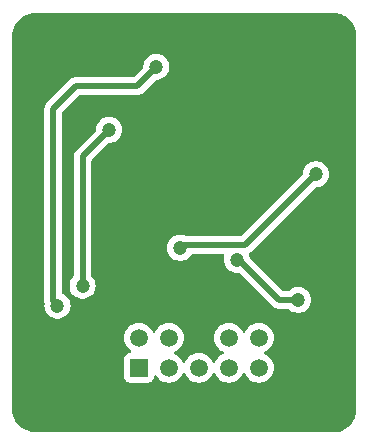
<source format=gbr>
%TF.GenerationSoftware,KiCad,Pcbnew,8.0.5*%
%TF.CreationDate,2024-11-27T14:47:39+01:00*%
%TF.ProjectId,TOF_PCB_COTE,544f465f-5043-4425-9f43-4f54452e6b69,rev?*%
%TF.SameCoordinates,Original*%
%TF.FileFunction,Copper,L2,Bot*%
%TF.FilePolarity,Positive*%
%FSLAX46Y46*%
G04 Gerber Fmt 4.6, Leading zero omitted, Abs format (unit mm)*
G04 Created by KiCad (PCBNEW 8.0.5) date 2024-11-27 14:47:39*
%MOMM*%
%LPD*%
G01*
G04 APERTURE LIST*
%TA.AperFunction,ComponentPad*%
%ADD10R,1.508000X1.508000*%
%TD*%
%TA.AperFunction,ComponentPad*%
%ADD11C,1.508000*%
%TD*%
%TA.AperFunction,ViaPad*%
%ADD12C,1.200000*%
%TD*%
%TA.AperFunction,Conductor*%
%ADD13C,0.500000*%
%TD*%
G04 APERTURE END LIST*
D10*
%TO.P,U101,1,INT_I*%
%TO.N,/TOF_GPIO1*%
X134520000Y-111540000D03*
D11*
%TO.P,U101,2,SCL_I*%
%TO.N,/I2C_MAIN_SCL*%
X134520000Y-109000000D03*
%TO.P,U101,3,XSDN_I*%
%TO.N,/TOF_XSHUT*%
X137060000Y-111540000D03*
%TO.P,U101,4,SDA_I*%
%TO.N,/I2C_MAIN_SDA*%
X137060000Y-109000000D03*
%TO.P,U101,5,VDD*%
%TO.N,+5V*%
X139600000Y-111540000D03*
%TO.P,U101,6,GND*%
%TO.N,GND*%
X139600000Y-109000000D03*
%TO.P,U101,7,NC*%
%TO.N,unconnected-(U101-NC-Pad7)*%
X142140000Y-111540000D03*
%TO.P,U101,8,NC*%
%TO.N,unconnected-(U101-NC-Pad8)*%
X142140000Y-109000000D03*
%TO.P,U101,9,NC1_I*%
%TO.N,unconnected-(U101-NC1_I-Pad9)*%
X144680000Y-111540000D03*
%TO.P,U101,10,NC0_I*%
%TO.N,unconnected-(U101-NC0_I-Pad10)*%
X144680000Y-109000000D03*
%TD*%
D12*
%TO.N,/TOF_XSHUT*%
X138007537Y-101392463D03*
X149500000Y-95150000D03*
%TO.N,/I2C_MAIN_SCL*%
X127625000Y-106275000D03*
X136000000Y-86050000D03*
%TO.N,+5V*%
X148000000Y-105800000D03*
X142800000Y-102400000D03*
%TO.N,/I2C_MAIN_SDA*%
X129750000Y-104600000D03*
X132000000Y-91400000D03*
%TD*%
D13*
%TO.N,/TOF_XSHUT*%
X138250000Y-101150000D02*
X143500000Y-101150000D01*
X138007537Y-101392463D02*
X138250000Y-101150000D01*
X143500000Y-101150000D02*
X149500000Y-95150000D01*
%TO.N,/I2C_MAIN_SCL*%
X134350000Y-87700000D02*
X129200000Y-87700000D01*
X127250000Y-89650000D02*
X127250000Y-105900000D01*
X129200000Y-87700000D02*
X127250000Y-89650000D01*
X127250000Y-105900000D02*
X127625000Y-106275000D01*
X136000000Y-86050000D02*
X134350000Y-87700000D01*
%TO.N,+5V*%
X143000000Y-102400000D02*
X142800000Y-102400000D01*
X146400000Y-105800000D02*
X143000000Y-102400000D01*
X148000000Y-105800000D02*
X146400000Y-105800000D01*
%TO.N,/I2C_MAIN_SDA*%
X129750000Y-104600000D02*
X129750000Y-93650000D01*
X129750000Y-93650000D02*
X132000000Y-91400000D01*
%TD*%
%TA.AperFunction,Conductor*%
%TO.N,GND*%
G36*
X151003872Y-81500740D02*
G01*
X151233870Y-81515033D01*
X151249109Y-81516934D01*
X151471823Y-81558887D01*
X151486728Y-81562666D01*
X151702509Y-81631863D01*
X151716831Y-81637457D01*
X151922402Y-81732846D01*
X151935916Y-81740168D01*
X152128083Y-81860266D01*
X152140594Y-81869209D01*
X152316418Y-82012180D01*
X152327718Y-82022598D01*
X152484492Y-82186241D01*
X152494423Y-82197988D01*
X152629720Y-82379770D01*
X152638121Y-82392655D01*
X152749870Y-82589788D01*
X152756611Y-82603614D01*
X152843093Y-82813064D01*
X152848070Y-82827618D01*
X152895091Y-82999216D01*
X152899500Y-83031986D01*
X152899500Y-115304823D01*
X152897560Y-115326673D01*
X152858861Y-115542851D01*
X152854895Y-115558812D01*
X152781779Y-115787171D01*
X152775737Y-115802467D01*
X152673038Y-116019154D01*
X152665024Y-116033516D01*
X152534554Y-116234702D01*
X152524710Y-116247877D01*
X152368765Y-116430025D01*
X152357265Y-116441781D01*
X152178580Y-116601696D01*
X152165624Y-116611827D01*
X151967354Y-116746684D01*
X151953172Y-116755011D01*
X151738795Y-116862444D01*
X151723636Y-116868821D01*
X151496935Y-116946937D01*
X151481064Y-116951252D01*
X151246011Y-116998681D01*
X151229710Y-117000858D01*
X150987025Y-117016990D01*
X150978713Y-117017263D01*
X125842046Y-116999613D01*
X125841272Y-116999562D01*
X125771817Y-116999562D01*
X125763744Y-116999299D01*
X125513704Y-116982981D01*
X125497694Y-116980882D01*
X125255880Y-116933001D01*
X125240278Y-116928840D01*
X125006735Y-116849943D01*
X124991807Y-116843791D01*
X124832088Y-116765434D01*
X124770482Y-116735210D01*
X124756488Y-116727174D01*
X124582866Y-116611827D01*
X124551153Y-116590758D01*
X124538314Y-116580966D01*
X124445383Y-116499998D01*
X124352449Y-116419027D01*
X124340994Y-116407652D01*
X124177746Y-116222931D01*
X124167864Y-116210162D01*
X124044036Y-116026601D01*
X124030003Y-116005798D01*
X124021867Y-115991858D01*
X123911733Y-115771317D01*
X123905474Y-115756432D01*
X123824924Y-115523428D01*
X123820660Y-115507876D01*
X123771072Y-115266395D01*
X123768861Y-115250407D01*
X123750823Y-115001091D01*
X123750500Y-114992143D01*
X123750500Y-108999997D01*
X133260708Y-108999997D01*
X133260708Y-109000000D01*
X133279839Y-109218674D01*
X133336653Y-109430703D01*
X133336654Y-109430706D01*
X133336655Y-109430708D01*
X133429419Y-109629642D01*
X133429423Y-109629650D01*
X133555322Y-109809452D01*
X133555327Y-109809458D01*
X133710541Y-109964672D01*
X133710547Y-109964677D01*
X133846576Y-110059925D01*
X133890201Y-110114502D01*
X133897395Y-110184000D01*
X133865872Y-110246355D01*
X133805643Y-110281769D01*
X133775455Y-110285500D01*
X133718130Y-110285500D01*
X133718123Y-110285501D01*
X133658516Y-110291908D01*
X133523671Y-110342202D01*
X133523664Y-110342206D01*
X133408455Y-110428452D01*
X133408452Y-110428455D01*
X133322206Y-110543664D01*
X133322202Y-110543671D01*
X133271908Y-110678517D01*
X133266315Y-110730543D01*
X133265501Y-110738123D01*
X133265500Y-110738135D01*
X133265500Y-112341870D01*
X133265501Y-112341876D01*
X133271908Y-112401483D01*
X133322202Y-112536328D01*
X133322206Y-112536335D01*
X133408452Y-112651544D01*
X133408455Y-112651547D01*
X133523664Y-112737793D01*
X133523671Y-112737797D01*
X133658517Y-112788091D01*
X133658516Y-112788091D01*
X133665444Y-112788835D01*
X133718127Y-112794500D01*
X135321872Y-112794499D01*
X135381483Y-112788091D01*
X135516331Y-112737796D01*
X135631546Y-112651546D01*
X135717796Y-112536331D01*
X135768091Y-112401483D01*
X135774500Y-112341873D01*
X135774499Y-112284545D01*
X135794182Y-112217509D01*
X135846986Y-112171753D01*
X135916144Y-112161809D01*
X135979700Y-112190833D01*
X136000073Y-112213422D01*
X136095326Y-112349457D01*
X136095327Y-112349458D01*
X136250541Y-112504672D01*
X136250547Y-112504677D01*
X136430349Y-112630576D01*
X136430351Y-112630577D01*
X136430354Y-112630579D01*
X136629297Y-112723347D01*
X136841326Y-112780161D01*
X136997521Y-112793826D01*
X137059998Y-112799292D01*
X137060000Y-112799292D01*
X137060002Y-112799292D01*
X137114797Y-112794498D01*
X137278674Y-112780161D01*
X137490703Y-112723347D01*
X137689646Y-112630579D01*
X137869457Y-112504674D01*
X138024674Y-112349457D01*
X138150579Y-112169646D01*
X138217618Y-112025878D01*
X138263790Y-111973439D01*
X138330983Y-111954287D01*
X138397864Y-111974502D01*
X138442382Y-112025879D01*
X138509419Y-112169642D01*
X138509423Y-112169650D01*
X138635322Y-112349452D01*
X138635327Y-112349458D01*
X138790541Y-112504672D01*
X138790547Y-112504677D01*
X138970349Y-112630576D01*
X138970351Y-112630577D01*
X138970354Y-112630579D01*
X139169297Y-112723347D01*
X139381326Y-112780161D01*
X139537521Y-112793826D01*
X139599998Y-112799292D01*
X139600000Y-112799292D01*
X139600002Y-112799292D01*
X139654797Y-112794498D01*
X139818674Y-112780161D01*
X140030703Y-112723347D01*
X140229646Y-112630579D01*
X140409457Y-112504674D01*
X140564674Y-112349457D01*
X140690579Y-112169646D01*
X140757618Y-112025878D01*
X140803790Y-111973439D01*
X140870983Y-111954287D01*
X140937864Y-111974502D01*
X140982382Y-112025879D01*
X141049419Y-112169642D01*
X141049423Y-112169650D01*
X141175322Y-112349452D01*
X141175327Y-112349458D01*
X141330541Y-112504672D01*
X141330547Y-112504677D01*
X141510349Y-112630576D01*
X141510351Y-112630577D01*
X141510354Y-112630579D01*
X141709297Y-112723347D01*
X141921326Y-112780161D01*
X142077521Y-112793826D01*
X142139998Y-112799292D01*
X142140000Y-112799292D01*
X142140002Y-112799292D01*
X142194797Y-112794498D01*
X142358674Y-112780161D01*
X142570703Y-112723347D01*
X142769646Y-112630579D01*
X142949457Y-112504674D01*
X143104674Y-112349457D01*
X143230579Y-112169646D01*
X143297618Y-112025878D01*
X143343790Y-111973439D01*
X143410983Y-111954287D01*
X143477864Y-111974502D01*
X143522382Y-112025879D01*
X143589419Y-112169642D01*
X143589423Y-112169650D01*
X143715322Y-112349452D01*
X143715327Y-112349458D01*
X143870541Y-112504672D01*
X143870547Y-112504677D01*
X144050349Y-112630576D01*
X144050351Y-112630577D01*
X144050354Y-112630579D01*
X144249297Y-112723347D01*
X144461326Y-112780161D01*
X144617521Y-112793826D01*
X144679998Y-112799292D01*
X144680000Y-112799292D01*
X144680002Y-112799292D01*
X144734797Y-112794498D01*
X144898674Y-112780161D01*
X145110703Y-112723347D01*
X145309646Y-112630579D01*
X145489457Y-112504674D01*
X145644674Y-112349457D01*
X145770579Y-112169646D01*
X145863347Y-111970703D01*
X145920161Y-111758674D01*
X145939292Y-111540000D01*
X145920161Y-111321326D01*
X145863347Y-111109297D01*
X145770579Y-110910354D01*
X145770577Y-110910351D01*
X145770576Y-110910349D01*
X145644677Y-110730547D01*
X145644672Y-110730541D01*
X145489458Y-110575327D01*
X145489452Y-110575322D01*
X145309650Y-110449423D01*
X145309642Y-110449419D01*
X145165879Y-110382382D01*
X145113439Y-110336210D01*
X145094287Y-110269017D01*
X145114502Y-110202136D01*
X145165879Y-110157618D01*
X145309646Y-110090579D01*
X145489457Y-109964674D01*
X145644674Y-109809457D01*
X145770579Y-109629646D01*
X145863347Y-109430703D01*
X145920161Y-109218674D01*
X145939292Y-109000000D01*
X145920161Y-108781326D01*
X145863347Y-108569297D01*
X145770579Y-108370354D01*
X145770577Y-108370351D01*
X145770576Y-108370349D01*
X145644677Y-108190547D01*
X145644672Y-108190541D01*
X145489458Y-108035327D01*
X145489452Y-108035322D01*
X145309650Y-107909423D01*
X145309642Y-107909419D01*
X145110708Y-107816655D01*
X145110706Y-107816654D01*
X145110703Y-107816653D01*
X144959885Y-107776240D01*
X144898675Y-107759839D01*
X144898668Y-107759838D01*
X144680002Y-107740708D01*
X144679998Y-107740708D01*
X144461331Y-107759838D01*
X144461324Y-107759839D01*
X144338902Y-107792642D01*
X144249297Y-107816653D01*
X144249295Y-107816653D01*
X144249291Y-107816655D01*
X144050357Y-107909419D01*
X144050349Y-107909423D01*
X143870547Y-108035322D01*
X143870541Y-108035327D01*
X143715327Y-108190541D01*
X143715322Y-108190547D01*
X143589423Y-108370349D01*
X143589419Y-108370357D01*
X143522382Y-108514120D01*
X143476210Y-108566560D01*
X143409017Y-108585712D01*
X143342135Y-108565496D01*
X143297618Y-108514120D01*
X143230580Y-108370357D01*
X143230579Y-108370354D01*
X143230577Y-108370351D01*
X143230576Y-108370349D01*
X143104677Y-108190547D01*
X143104672Y-108190541D01*
X142949458Y-108035327D01*
X142949452Y-108035322D01*
X142769650Y-107909423D01*
X142769642Y-107909419D01*
X142570708Y-107816655D01*
X142570706Y-107816654D01*
X142570703Y-107816653D01*
X142419885Y-107776240D01*
X142358675Y-107759839D01*
X142358668Y-107759838D01*
X142140002Y-107740708D01*
X142139998Y-107740708D01*
X141921331Y-107759838D01*
X141921324Y-107759839D01*
X141798902Y-107792642D01*
X141709297Y-107816653D01*
X141709295Y-107816653D01*
X141709291Y-107816655D01*
X141510357Y-107909419D01*
X141510349Y-107909423D01*
X141330547Y-108035322D01*
X141330541Y-108035327D01*
X141175327Y-108190541D01*
X141175322Y-108190547D01*
X141049423Y-108370349D01*
X141049419Y-108370357D01*
X140956655Y-108569291D01*
X140899839Y-108781324D01*
X140899838Y-108781331D01*
X140880708Y-108999997D01*
X140880708Y-109000000D01*
X140899839Y-109218674D01*
X140956653Y-109430703D01*
X140956654Y-109430706D01*
X140956655Y-109430708D01*
X141049419Y-109629642D01*
X141049423Y-109629650D01*
X141175322Y-109809452D01*
X141175327Y-109809458D01*
X141330541Y-109964672D01*
X141330547Y-109964677D01*
X141510349Y-110090576D01*
X141510351Y-110090577D01*
X141510354Y-110090579D01*
X141594963Y-110130032D01*
X141654120Y-110157618D01*
X141706560Y-110203790D01*
X141725712Y-110270983D01*
X141705496Y-110337865D01*
X141654120Y-110382382D01*
X141510357Y-110449419D01*
X141510349Y-110449423D01*
X141330547Y-110575322D01*
X141330541Y-110575327D01*
X141175327Y-110730541D01*
X141175322Y-110730547D01*
X141049423Y-110910349D01*
X141049419Y-110910357D01*
X140982382Y-111054120D01*
X140936210Y-111106560D01*
X140869017Y-111125712D01*
X140802135Y-111105496D01*
X140757618Y-111054120D01*
X140730032Y-110994963D01*
X140690579Y-110910354D01*
X140690577Y-110910351D01*
X140690576Y-110910349D01*
X140564677Y-110730547D01*
X140564672Y-110730541D01*
X140409458Y-110575327D01*
X140409452Y-110575322D01*
X140229650Y-110449423D01*
X140229642Y-110449419D01*
X140030708Y-110356655D01*
X140030706Y-110356654D01*
X140030703Y-110356653D01*
X139879885Y-110316240D01*
X139818675Y-110299839D01*
X139818668Y-110299838D01*
X139600002Y-110280708D01*
X139599998Y-110280708D01*
X139381331Y-110299838D01*
X139381324Y-110299839D01*
X139258902Y-110332642D01*
X139169297Y-110356653D01*
X139169295Y-110356653D01*
X139169291Y-110356655D01*
X138970357Y-110449419D01*
X138970349Y-110449423D01*
X138790547Y-110575322D01*
X138790541Y-110575327D01*
X138635327Y-110730541D01*
X138635322Y-110730547D01*
X138509423Y-110910349D01*
X138509419Y-110910357D01*
X138442382Y-111054120D01*
X138396210Y-111106560D01*
X138329017Y-111125712D01*
X138262135Y-111105496D01*
X138217618Y-111054120D01*
X138190032Y-110994963D01*
X138150579Y-110910354D01*
X138150577Y-110910351D01*
X138150576Y-110910349D01*
X138024677Y-110730547D01*
X138024672Y-110730541D01*
X137869458Y-110575327D01*
X137869452Y-110575322D01*
X137689650Y-110449423D01*
X137689642Y-110449419D01*
X137545879Y-110382382D01*
X137493439Y-110336210D01*
X137474287Y-110269017D01*
X137494502Y-110202136D01*
X137545879Y-110157618D01*
X137689646Y-110090579D01*
X137869457Y-109964674D01*
X138024674Y-109809457D01*
X138150579Y-109629646D01*
X138243347Y-109430703D01*
X138300161Y-109218674D01*
X138319292Y-109000000D01*
X138300161Y-108781326D01*
X138243347Y-108569297D01*
X138150579Y-108370354D01*
X138150577Y-108370351D01*
X138150576Y-108370349D01*
X138024677Y-108190547D01*
X138024672Y-108190541D01*
X137869458Y-108035327D01*
X137869452Y-108035322D01*
X137689650Y-107909423D01*
X137689642Y-107909419D01*
X137490708Y-107816655D01*
X137490706Y-107816654D01*
X137490703Y-107816653D01*
X137339885Y-107776240D01*
X137278675Y-107759839D01*
X137278668Y-107759838D01*
X137060002Y-107740708D01*
X137059998Y-107740708D01*
X136841331Y-107759838D01*
X136841324Y-107759839D01*
X136718902Y-107792642D01*
X136629297Y-107816653D01*
X136629295Y-107816653D01*
X136629291Y-107816655D01*
X136430357Y-107909419D01*
X136430349Y-107909423D01*
X136250547Y-108035322D01*
X136250541Y-108035327D01*
X136095327Y-108190541D01*
X136095322Y-108190547D01*
X135969423Y-108370349D01*
X135969419Y-108370357D01*
X135902382Y-108514120D01*
X135856210Y-108566560D01*
X135789017Y-108585712D01*
X135722135Y-108565496D01*
X135677618Y-108514120D01*
X135610580Y-108370357D01*
X135610579Y-108370354D01*
X135610577Y-108370351D01*
X135610576Y-108370349D01*
X135484677Y-108190547D01*
X135484672Y-108190541D01*
X135329458Y-108035327D01*
X135329452Y-108035322D01*
X135149650Y-107909423D01*
X135149642Y-107909419D01*
X134950708Y-107816655D01*
X134950706Y-107816654D01*
X134950703Y-107816653D01*
X134799885Y-107776240D01*
X134738675Y-107759839D01*
X134738668Y-107759838D01*
X134520002Y-107740708D01*
X134519998Y-107740708D01*
X134301331Y-107759838D01*
X134301324Y-107759839D01*
X134178902Y-107792642D01*
X134089297Y-107816653D01*
X134089295Y-107816653D01*
X134089291Y-107816655D01*
X133890357Y-107909419D01*
X133890349Y-107909423D01*
X133710547Y-108035322D01*
X133710541Y-108035327D01*
X133555327Y-108190541D01*
X133555322Y-108190547D01*
X133429423Y-108370349D01*
X133429419Y-108370357D01*
X133336655Y-108569291D01*
X133279839Y-108781324D01*
X133279838Y-108781331D01*
X133260708Y-108999997D01*
X123750500Y-108999997D01*
X123750500Y-105973920D01*
X126499499Y-105973920D01*
X126528853Y-106121485D01*
X126530707Y-106157117D01*
X126519785Y-106274998D01*
X126519785Y-106275000D01*
X126538602Y-106478082D01*
X126594417Y-106674247D01*
X126594422Y-106674260D01*
X126685327Y-106856821D01*
X126808237Y-107019581D01*
X126958958Y-107156980D01*
X126958960Y-107156982D01*
X127058141Y-107218392D01*
X127132363Y-107264348D01*
X127322544Y-107338024D01*
X127523024Y-107375500D01*
X127523026Y-107375500D01*
X127726974Y-107375500D01*
X127726976Y-107375500D01*
X127927456Y-107338024D01*
X128117637Y-107264348D01*
X128291041Y-107156981D01*
X128441764Y-107019579D01*
X128564673Y-106856821D01*
X128655582Y-106674250D01*
X128711397Y-106478083D01*
X128730215Y-106275000D01*
X128711397Y-106071917D01*
X128655582Y-105875750D01*
X128564673Y-105693179D01*
X128441764Y-105530421D01*
X128441762Y-105530418D01*
X128291041Y-105393019D01*
X128291039Y-105393017D01*
X128117640Y-105285653D01*
X128117628Y-105285647D01*
X128079705Y-105270956D01*
X128024304Y-105228383D01*
X128000714Y-105162616D01*
X128000500Y-105155330D01*
X128000500Y-104599999D01*
X128644785Y-104599999D01*
X128644785Y-104600000D01*
X128663602Y-104803082D01*
X128719417Y-104999247D01*
X128719422Y-104999260D01*
X128810327Y-105181821D01*
X128933237Y-105344581D01*
X129083958Y-105481980D01*
X129083960Y-105481982D01*
X129162192Y-105530421D01*
X129257363Y-105589348D01*
X129447544Y-105663024D01*
X129648024Y-105700500D01*
X129648026Y-105700500D01*
X129851974Y-105700500D01*
X129851976Y-105700500D01*
X130052456Y-105663024D01*
X130242637Y-105589348D01*
X130416041Y-105481981D01*
X130566764Y-105344579D01*
X130689673Y-105181821D01*
X130780582Y-104999250D01*
X130836397Y-104803083D01*
X130855215Y-104600000D01*
X130836397Y-104396917D01*
X130780582Y-104200750D01*
X130689673Y-104018179D01*
X130566764Y-103855421D01*
X130540960Y-103831897D01*
X130504680Y-103772185D01*
X130500500Y-103740261D01*
X130500500Y-101392462D01*
X136902322Y-101392462D01*
X136902322Y-101392463D01*
X136921139Y-101595545D01*
X136976954Y-101791710D01*
X136976959Y-101791723D01*
X137067864Y-101974284D01*
X137190774Y-102137044D01*
X137341495Y-102274443D01*
X137341497Y-102274445D01*
X137440678Y-102335855D01*
X137514900Y-102381811D01*
X137705081Y-102455487D01*
X137905561Y-102492963D01*
X137905563Y-102492963D01*
X138109511Y-102492963D01*
X138109513Y-102492963D01*
X138309993Y-102455487D01*
X138500174Y-102381811D01*
X138673578Y-102274444D01*
X138824301Y-102137042D01*
X138947210Y-101974284D01*
X138949726Y-101969230D01*
X138997225Y-101917994D01*
X139060727Y-101900500D01*
X141633739Y-101900500D01*
X141700778Y-101920185D01*
X141746533Y-101972989D01*
X141756477Y-102042147D01*
X141753005Y-102058434D01*
X141713603Y-102196915D01*
X141713602Y-102196917D01*
X141694785Y-102399999D01*
X141694785Y-102400000D01*
X141713602Y-102603082D01*
X141769417Y-102799247D01*
X141769422Y-102799260D01*
X141860327Y-102981821D01*
X141983237Y-103144581D01*
X142133958Y-103281980D01*
X142133960Y-103281982D01*
X142233141Y-103343392D01*
X142307363Y-103389348D01*
X142497544Y-103463024D01*
X142698024Y-103500500D01*
X142698026Y-103500500D01*
X142901975Y-103500500D01*
X142901976Y-103500500D01*
X142953282Y-103490909D01*
X143022795Y-103497939D01*
X143063748Y-103525116D01*
X145817049Y-106278416D01*
X145920454Y-106381821D01*
X145921585Y-106382952D01*
X146044498Y-106465080D01*
X146044511Y-106465087D01*
X146181082Y-106521656D01*
X146181087Y-106521658D01*
X146181091Y-106521658D01*
X146181092Y-106521659D01*
X146326079Y-106550500D01*
X146326082Y-106550500D01*
X146326083Y-106550500D01*
X146473917Y-106550500D01*
X147141693Y-106550500D01*
X147208732Y-106570185D01*
X147225231Y-106582863D01*
X147318210Y-106667624D01*
X147325478Y-106674250D01*
X147333958Y-106681980D01*
X147333960Y-106681982D01*
X147433141Y-106743392D01*
X147507363Y-106789348D01*
X147697544Y-106863024D01*
X147898024Y-106900500D01*
X147898026Y-106900500D01*
X148101974Y-106900500D01*
X148101976Y-106900500D01*
X148302456Y-106863024D01*
X148492637Y-106789348D01*
X148666041Y-106681981D01*
X148816764Y-106544579D01*
X148939673Y-106381821D01*
X149030582Y-106199250D01*
X149086397Y-106003083D01*
X149105215Y-105800000D01*
X149086397Y-105596917D01*
X149030582Y-105400750D01*
X149026732Y-105393019D01*
X148973268Y-105285647D01*
X148939673Y-105218179D01*
X148816764Y-105055421D01*
X148816762Y-105055418D01*
X148666041Y-104918019D01*
X148666039Y-104918017D01*
X148492642Y-104810655D01*
X148492635Y-104810651D01*
X148397546Y-104773814D01*
X148302456Y-104736976D01*
X148101976Y-104699500D01*
X147898024Y-104699500D01*
X147697544Y-104736976D01*
X147697541Y-104736976D01*
X147697541Y-104736977D01*
X147507364Y-104810651D01*
X147507357Y-104810655D01*
X147333960Y-104918017D01*
X147333958Y-104918019D01*
X147225231Y-105017137D01*
X147162427Y-105047754D01*
X147141693Y-105049500D01*
X146762229Y-105049500D01*
X146695190Y-105029815D01*
X146674548Y-105013181D01*
X143920012Y-102258645D01*
X143889135Y-102202099D01*
X143887966Y-102202432D01*
X143869361Y-102137042D01*
X143830582Y-102000750D01*
X143830577Y-102000739D01*
X143816092Y-101971649D01*
X143803831Y-101902863D01*
X143830704Y-101838368D01*
X143858197Y-101813277D01*
X143904729Y-101782186D01*
X143978416Y-101732952D01*
X149424548Y-96286818D01*
X149485871Y-96253334D01*
X149512229Y-96250500D01*
X149601974Y-96250500D01*
X149601976Y-96250500D01*
X149802456Y-96213024D01*
X149992637Y-96139348D01*
X150166041Y-96031981D01*
X150316764Y-95894579D01*
X150439673Y-95731821D01*
X150530582Y-95549250D01*
X150586397Y-95353083D01*
X150605215Y-95150000D01*
X150586397Y-94946917D01*
X150530582Y-94750750D01*
X150439673Y-94568179D01*
X150316764Y-94405421D01*
X150316762Y-94405418D01*
X150166041Y-94268019D01*
X150166039Y-94268017D01*
X149992642Y-94160655D01*
X149992635Y-94160651D01*
X149897546Y-94123814D01*
X149802456Y-94086976D01*
X149601976Y-94049500D01*
X149398024Y-94049500D01*
X149197544Y-94086976D01*
X149197541Y-94086976D01*
X149197541Y-94086977D01*
X149007364Y-94160651D01*
X149007357Y-94160655D01*
X148833960Y-94268017D01*
X148833958Y-94268019D01*
X148683237Y-94405418D01*
X148560327Y-94568178D01*
X148469422Y-94750739D01*
X148469417Y-94750752D01*
X148413603Y-94946917D01*
X148394437Y-95153745D01*
X148368651Y-95218682D01*
X148358647Y-95229984D01*
X143225451Y-100363181D01*
X143164128Y-100396666D01*
X143137770Y-100399500D01*
X138514024Y-100399500D01*
X138469231Y-100391127D01*
X138309997Y-100329440D01*
X138309994Y-100329439D01*
X138309993Y-100329439D01*
X138109513Y-100291963D01*
X137905561Y-100291963D01*
X137705081Y-100329439D01*
X137705078Y-100329439D01*
X137705078Y-100329440D01*
X137514901Y-100403114D01*
X137514894Y-100403118D01*
X137341497Y-100510480D01*
X137341495Y-100510482D01*
X137190774Y-100647881D01*
X137067864Y-100810641D01*
X136976959Y-100993202D01*
X136976954Y-100993215D01*
X136921139Y-101189380D01*
X136902322Y-101392462D01*
X130500500Y-101392462D01*
X130500500Y-94012229D01*
X130520185Y-93945190D01*
X130536819Y-93924548D01*
X131924548Y-92536819D01*
X131985871Y-92503334D01*
X132012229Y-92500500D01*
X132101974Y-92500500D01*
X132101976Y-92500500D01*
X132302456Y-92463024D01*
X132492637Y-92389348D01*
X132666041Y-92281981D01*
X132816764Y-92144579D01*
X132939673Y-91981821D01*
X133030582Y-91799250D01*
X133086397Y-91603083D01*
X133105215Y-91400000D01*
X133086397Y-91196917D01*
X133030582Y-91000750D01*
X132939673Y-90818179D01*
X132816764Y-90655421D01*
X132816762Y-90655418D01*
X132666041Y-90518019D01*
X132666039Y-90518017D01*
X132492642Y-90410655D01*
X132492635Y-90410651D01*
X132397546Y-90373814D01*
X132302456Y-90336976D01*
X132101976Y-90299500D01*
X131898024Y-90299500D01*
X131697544Y-90336976D01*
X131697541Y-90336976D01*
X131697541Y-90336977D01*
X131507364Y-90410651D01*
X131507357Y-90410655D01*
X131333960Y-90518017D01*
X131333958Y-90518019D01*
X131183237Y-90655418D01*
X131060327Y-90818178D01*
X130969422Y-91000739D01*
X130969417Y-91000752D01*
X130913602Y-91196917D01*
X130894437Y-91403744D01*
X130868651Y-91468681D01*
X130858647Y-91479983D01*
X129167050Y-93171580D01*
X129167044Y-93171588D01*
X129117812Y-93245268D01*
X129117813Y-93245269D01*
X129084921Y-93294496D01*
X129084914Y-93294508D01*
X129028342Y-93431086D01*
X129028340Y-93431092D01*
X128999500Y-93576079D01*
X128999500Y-103740261D01*
X128979815Y-103807300D01*
X128959040Y-103831897D01*
X128933235Y-103855421D01*
X128810327Y-104018178D01*
X128719422Y-104200739D01*
X128719417Y-104200752D01*
X128663602Y-104396917D01*
X128644785Y-104599999D01*
X128000500Y-104599999D01*
X128000500Y-90012229D01*
X128020185Y-89945190D01*
X128036819Y-89924548D01*
X129474548Y-88486819D01*
X129535871Y-88453334D01*
X129562229Y-88450500D01*
X134423920Y-88450500D01*
X134521462Y-88431096D01*
X134568913Y-88421658D01*
X134705495Y-88365084D01*
X134754729Y-88332186D01*
X134828416Y-88282952D01*
X135924548Y-87186818D01*
X135985871Y-87153334D01*
X136012229Y-87150500D01*
X136101974Y-87150500D01*
X136101976Y-87150500D01*
X136302456Y-87113024D01*
X136492637Y-87039348D01*
X136666041Y-86931981D01*
X136816764Y-86794579D01*
X136939673Y-86631821D01*
X137030582Y-86449250D01*
X137086397Y-86253083D01*
X137105215Y-86050000D01*
X137086397Y-85846917D01*
X137030582Y-85650750D01*
X136939673Y-85468179D01*
X136816764Y-85305421D01*
X136816762Y-85305418D01*
X136666041Y-85168019D01*
X136666039Y-85168017D01*
X136492642Y-85060655D01*
X136492635Y-85060651D01*
X136397546Y-85023814D01*
X136302456Y-84986976D01*
X136101976Y-84949500D01*
X135898024Y-84949500D01*
X135697544Y-84986976D01*
X135697541Y-84986976D01*
X135697541Y-84986977D01*
X135507364Y-85060651D01*
X135507357Y-85060655D01*
X135333960Y-85168017D01*
X135333958Y-85168019D01*
X135183237Y-85305418D01*
X135060327Y-85468178D01*
X134969422Y-85650739D01*
X134969417Y-85650752D01*
X134913603Y-85846917D01*
X134894437Y-86053745D01*
X134868651Y-86118682D01*
X134858647Y-86129984D01*
X134075451Y-86913181D01*
X134014128Y-86946666D01*
X133987770Y-86949500D01*
X129126080Y-86949500D01*
X128981092Y-86978340D01*
X128981082Y-86978343D01*
X128844511Y-87034912D01*
X128844498Y-87034919D01*
X128721584Y-87117048D01*
X128721580Y-87117051D01*
X126667050Y-89171580D01*
X126667044Y-89171588D01*
X126617812Y-89245268D01*
X126617813Y-89245269D01*
X126584921Y-89294496D01*
X126584914Y-89294508D01*
X126528342Y-89431086D01*
X126528340Y-89431092D01*
X126499500Y-89576079D01*
X126499500Y-89576082D01*
X126499500Y-105973918D01*
X126499500Y-105973920D01*
X126499499Y-105973920D01*
X123750500Y-105973920D01*
X123750500Y-83511213D01*
X123750503Y-83510356D01*
X123750522Y-83507606D01*
X123750844Y-83499498D01*
X123768908Y-83250753D01*
X123771133Y-83234721D01*
X123820689Y-82994452D01*
X123824997Y-82978822D01*
X123880096Y-82820193D01*
X123905486Y-82747096D01*
X123911793Y-82732169D01*
X124021847Y-82512927D01*
X124030039Y-82498965D01*
X124167780Y-82295947D01*
X124177725Y-82283174D01*
X124340785Y-82099880D01*
X124352316Y-82088511D01*
X124537901Y-81928073D01*
X124550823Y-81918303D01*
X124755747Y-81783474D01*
X124769851Y-81775465D01*
X124922838Y-81701367D01*
X124990629Y-81668534D01*
X125005636Y-81662442D01*
X125238494Y-81585244D01*
X125254163Y-81581164D01*
X125495106Y-81535022D01*
X125511195Y-81533021D01*
X125760112Y-81518490D01*
X125768185Y-81518283D01*
X125830080Y-81518726D01*
X125830082Y-81518725D01*
X125833232Y-81518748D01*
X125841795Y-81518214D01*
X150996118Y-81500502D01*
X151003872Y-81500740D01*
G37*
%TD.AperFunction*%
%TD*%
M02*

</source>
